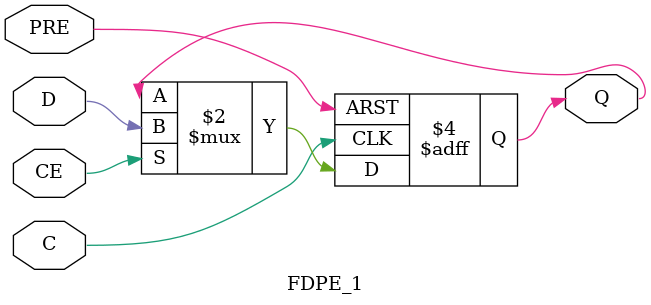
<source format=v>

/*

FUNCTION	: D-FLIP-FLOP with async preset and clock enable

*/

// `celldefine
`timescale  100 ps / 10 ps

module FDPE_1 (Q, C, CE, D, PRE);

    parameter INIT = 1'b1;

    output Q;
    reg    Q;

    input  C, CE, D, PRE;

	always @(posedge PRE or negedge C)
	    if (PRE)
		Q <= 1;
	    else if (CE)
		Q <= D;

endmodule

</source>
